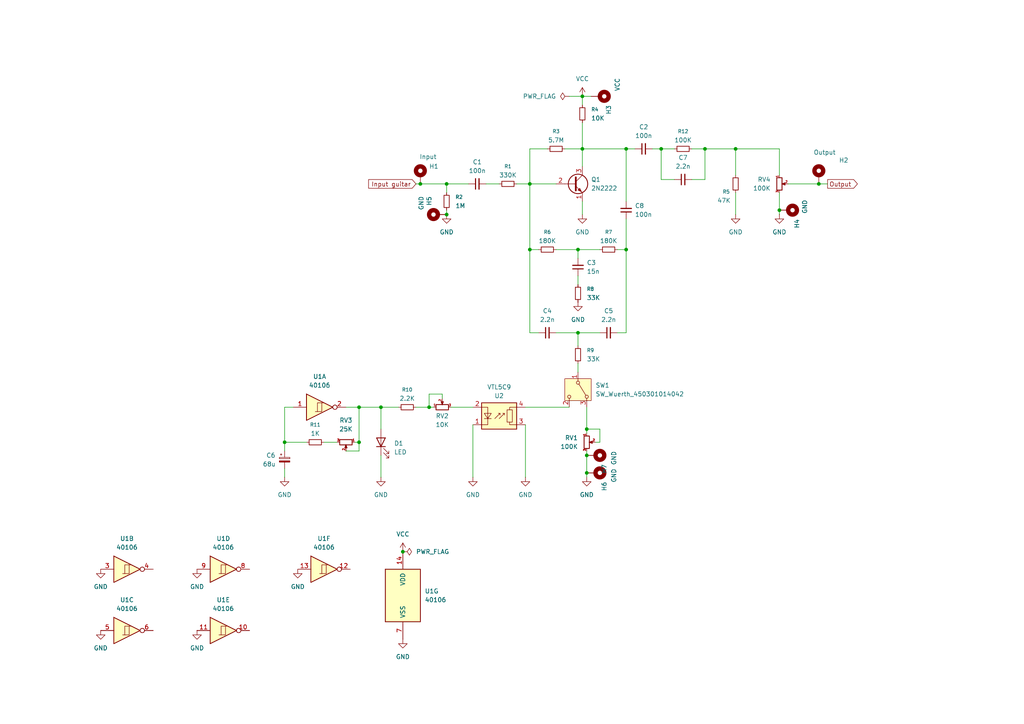
<source format=kicad_sch>
(kicad_sch (version 20250114) (generator "eeschema") (generator_version "9.0")
  (paper "A4")
  (lib_symbols
    (symbol "4xxx:40106" (pin_names (offset 1.016))
      (property "Reference" "U" (at 0 1.27 0))
      (property "Value" "40106" (at 0 -1.27 0))
      (symbol "40106_1_0"
        (polyline (pts (xy -3.81 3.81) (xy -3.81 -3.81) (xy 3.81 0) (xy -3.81 3.81)) (stroke (width 0.254)) (fill (type background)))
        (polyline (pts (xy -1.27 -1.27) (xy 0.635 -1.27) (xy 0.635 1.27) (xy 1.27 1.27)))
        (polyline (pts (xy -0.635 -1.27) (xy -0.635 1.27) (xy 0.635 1.27)))
        (pin input line (at -7.62 0 0) (length 3.81) (name "~") (number "1"))
        (pin output inverted (at 7.62 0 180) (length 3.81) (name "~") (number "2"))
      )
      (symbol "40106_2_0"
        (polyline (pts (xy -3.81 3.81) (xy -3.81 -3.81) (xy 3.81 0) (xy -3.81 3.81)) (stroke (width 0.254)) (fill (type background)))
        (polyline (pts (xy -1.27 -1.27) (xy 0.635 -1.27) (xy 0.635 1.27) (xy 1.27 1.27)))
        (polyline (pts (xy -0.635 -1.27) (xy -0.635 1.27) (xy 0.635 1.27)))
        (pin input line (at -7.62 0 0) (length 3.81) (name "~") (number "3"))
        (pin output inverted (at 7.62 0 180) (length 3.81) (name "~") (number "4"))
      )
      (symbol "40106_3_0"
        (polyline (pts (xy -3.81 3.81) (xy -3.81 -3.81) (xy 3.81 0) (xy -3.81 3.81)) (stroke (width 0.254)) (fill (type background)))
        (polyline (pts (xy -1.27 -1.27) (xy 0.635 -1.27) (xy 0.635 1.27) (xy 1.27 1.27)))
        (polyline (pts (xy -0.635 -1.27) (xy -0.635 1.27) (xy 0.635 1.27)))
        (pin input line (at -7.62 0 0) (length 3.81) (name "~") (number "5"))
        (pin output inverted (at 7.62 0 180) (length 3.81) (name "~") (number "6"))
      )
      (symbol "40106_4_0"
        (polyline (pts (xy -3.81 3.81) (xy -3.81 -3.81) (xy 3.81 0) (xy -3.81 3.81)) (stroke (width 0.254)) (fill (type background)))
        (polyline (pts (xy -1.27 -1.27) (xy 0.635 -1.27) (xy 0.635 1.27) (xy 1.27 1.27)))
        (polyline (pts (xy -0.635 -1.27) (xy -0.635 1.27) (xy 0.635 1.27)))
        (pin input line (at -7.62 0 0) (length 3.81) (name "~") (number "9"))
        (pin output inverted (at 7.62 0 180) (length 3.81) (name "~") (number "8"))
      )
      (symbol "40106_5_0"
        (polyline (pts (xy -3.81 3.81) (xy -3.81 -3.81) (xy 3.81 0) (xy -3.81 3.81)) (stroke (width 0.254)) (fill (type background)))
        (polyline (pts (xy -1.27 -1.27) (xy 0.635 -1.27) (xy 0.635 1.27) (xy 1.27 1.27)))
        (polyline (pts (xy -0.635 -1.27) (xy -0.635 1.27) (xy 0.635 1.27)))
        (pin input line (at -7.62 0 0) (length 3.81) (name "~") (number "11"))
        (pin output inverted (at 7.62 0 180) (length 3.81) (name "~") (number "10"))
      )
      (symbol "40106_6_0"
        (polyline (pts (xy -3.81 3.81) (xy -3.81 -3.81) (xy 3.81 0) (xy -3.81 3.81)) (stroke (width 0.254)) (fill (type background)))
        (polyline (pts (xy -1.27 -1.27) (xy 0.635 -1.27) (xy 0.635 1.27) (xy 1.27 1.27)))
        (polyline (pts (xy -0.635 -1.27) (xy -0.635 1.27) (xy 0.635 1.27)))
        (pin input line (at -7.62 0 0) (length 3.81) (name "~") (number "13"))
        (pin output inverted (at 7.62 0 180) (length 3.81) (name "~") (number "12"))
      )
      (symbol "40106_7_0"
        (pin power_in line (at 0 12.7 270) (length 5.08) (name "VDD") (number "14"))
        (pin power_in line (at 0 -12.7 90) (length 5.08) (name "VSS") (number "7"))
      )
      (symbol "40106_7_1"
        (rectangle (start -5.08 7.62) (end 5.08 -7.62) (stroke (width 0.254)) (fill (type background)))
      )
    )
    (symbol "Device:C_Polarized_Small" (pin_numbers (hide yes)) (pin_names (offset 0.254) (hide yes))
      (property "Reference" "C" (at 0.254 1.778 0))
      (property "Value" "C_Polarized_Small" (at 0.254 -2.032 0))
      (symbol "C_Polarized_Small_0_1"
        (rectangle (start -1.524 0.6858) (end 1.524 0.3048))
        (rectangle (start -1.524 -0.3048) (end 1.524 -0.6858) (fill (type outline)))
        (polyline (pts (xy -1.27 1.524) (xy -0.762 1.524)))
        (polyline (pts (xy -1.016 1.27) (xy -1.016 1.778)))
      )
      (symbol "C_Polarized_Small_1_1"
        (pin passive line (at 0 2.54 270) (length 1.8542) (name "~") (number "1"))
        (pin passive line (at 0 -2.54 90) (length 1.8542) (name "~") (number "2"))
      )
    )
    (symbol "Device:C_Small" (pin_numbers (hide yes)) (pin_names (offset 0.254) (hide yes))
      (property "Reference" "C" (at 0.254 1.778 0))
      (property "Value" "C_Small" (at 0.254 -2.032 0))
      (symbol "C_Small_0_1"
        (polyline (pts (xy -1.524 0.508) (xy 1.524 0.508)) (stroke (width 0.3048)))
        (polyline (pts (xy -1.524 -0.508) (xy 1.524 -0.508)) (stroke (width 0.3302)))
      )
      (symbol "C_Small_1_1"
        (pin passive line (at 0 2.54 270) (length 2.032) (name "~") (number "1"))
        (pin passive line (at 0 -2.54 90) (length 2.032) (name "~") (number "2"))
      )
    )
    (symbol "Device:LED" (pin_numbers (hide yes)) (pin_names (offset 1.016) (hide yes))
      (property "Reference" "D" (at 0 2.54 0))
      (property "Value" "LED" (at 0 -2.54 0))
      (symbol "LED_0_1"
        (polyline (pts (xy -3.048 -0.762) (xy -4.572 -2.286) (xy -3.81 -2.286) (xy -4.572 -2.286) (xy -4.572 -1.524)))
        (polyline (pts (xy -1.778 -0.762) (xy -3.302 -2.286) (xy -2.54 -2.286) (xy -3.302 -2.286) (xy -3.302 -1.524)))
        (polyline (pts (xy -1.27 0) (xy 1.27 0)))
        (polyline (pts (xy -1.27 -1.27) (xy -1.27 1.27)) (stroke (width 0.254)))
        (polyline (pts (xy 1.27 -1.27) (xy 1.27 1.27) (xy -1.27 0) (xy 1.27 -1.27)) (stroke (width 0.254)))
      )
      (symbol "LED_1_1"
        (pin passive line (at -3.81 0 0) (length 2.54) (name "K") (number "1"))
        (pin passive line (at 3.81 0 180) (length 2.54) (name "A") (number "2"))
      )
    )
    (symbol "Device:R_Potentiometer_Small" (pin_names (offset 1.016) (hide yes))
      (property "Reference" "RV" (at -4.445 0 90))
      (property "Value" "R_Potentiometer_Small" (at -2.54 0 90))
      (symbol "R_Potentiometer_Small_0_1"
        (rectangle (start 0.762 1.8034) (end -0.762 -1.8034) (stroke (width 0.254)))
        (polyline (pts (xy 0.889 0) (xy 0.635 0) (xy 1.651 0.381) (xy 1.651 -0.381) (xy 0.635 0) (xy 0.889 0)) (fill (type outline)))
      )
      (symbol "R_Potentiometer_Small_1_1"
        (pin passive line (at 0 2.54 270) (length 0.635) (name "1") (number "1"))
        (pin passive line (at 0 -2.54 90) (length 0.635) (name "3") (number "3"))
        (pin passive line (at 2.54 0 180) (length 0.9906) (name "2") (number "2"))
      )
    )
    (symbol "Device:R_Small" (pin_numbers (hide yes)) (pin_names (offset 0.254) (hide yes))
      (property "Reference" "R" (at 0 0 90))
      (property "Value" "R_Small" (at 1.778 0 90))
      (symbol "R_Small_0_1"
        (rectangle (start -0.762 1.778) (end 0.762 -1.778) (stroke (width 0.2032)))
      )
      (symbol "R_Small_1_1"
        (pin passive line (at 0 2.54 270) (length 0.762) (name "~") (number "1"))
        (pin passive line (at 0 -2.54 90) (length 0.762) (name "~") (number "2"))
      )
    )
    (symbol "Isolator:VTL5C" (pin_names (offset 1.016) (hide yes))
      (property "Reference" "U" (at 0 5.08 0))
      (property "Value" "VTL5C" (at 0 -5.08 0))
      (symbol "VTL5C_0_1"
        (rectangle (start -5.08 3.81) (end 5.08 -3.81) (stroke (width 0.254)) (fill (type background)))
        (polyline (pts (xy -5.08 -2.54) (xy -3.302 -2.54) (xy -3.302 2.54) (xy -5.08 2.54)))
        (polyline (pts (xy -4.318 0.762) (xy -2.286 0.762)))
        (polyline (pts (xy -1.27 0.762) (xy 0.254 -0.762)))
        (polyline (pts (xy 0 0.762) (xy 1.524 -0.762)))
        (polyline (pts (xy 0.254 -0.254) (xy 0.254 -0.762) (xy -0.254 -0.762)))
        (polyline (pts (xy 1.524 -0.254) (xy 1.524 -0.762) (xy 1.016 -0.762)))
        (rectangle (start 2.286 1.778) (end 3.81 -1.778))
        (polyline (pts (xy 3.048 1.778) (xy 3.048 2.54) (xy 5.08 2.54)))
        (polyline (pts (xy 3.048 -1.778) (xy 3.048 -2.54) (xy 5.08 -2.54)))
      )
      (symbol "VTL5C_1_1"
        (polyline (pts (xy -4.318 -0.762) (xy -3.302 0.762) (xy -2.286 -0.762) (xy -4.318 -0.762)))
        (pin passive line (at -7.62 2.54 0) (length 2.54) (name "-") (number "1"))
        (pin passive line (at -7.62 -2.54 0) (length 2.54) (name "+") (number "2"))
        (pin passive line (at 7.62 2.54 180) (length 2.54) (name "~") (number "3"))
        (pin passive line (at 7.62 -2.54 180) (length 2.54) (name "~") (number "4"))
      )
    )
    (symbol "Mechanical:MountingHole_Pad" (pin_numbers (hide yes)) (pin_names (offset 1.016) (hide yes)) (in_bom no)
      (property "Reference" "H" (at 0 6.35 0))
      (property "Value" "MountingHole_Pad" (at 0 4.445 0))
      (symbol "MountingHole_Pad_0_1"
        (circle (center 0 1.27) (radius 1.27) (stroke (width 1.27)))
      )
      (symbol "MountingHole_Pad_1_1"
        (pin input line (at 0 -2.54 90) (length 2.54) (name "1") (number "1"))
      )
    )
    (symbol "Switch:SW_Wuerth_450301014042" (pin_names (offset 1) (hide yes))
      (property "Reference" "SW" (at 0 5.08 0))
      (property "Value" "SW_Wuerth_450301014042" (at 0 -5.08 0))
      (symbol "SW_Wuerth_450301014042_0_1"
        (circle (center -2.032 0) (radius 0.4572))
        (polyline (pts (xy -1.651 0.254) (xy 1.651 2.286)))
        (circle (center 2.032 2.54) (radius 0.4572))
        (circle (center 2.032 -2.54) (radius 0.4572))
      )
      (symbol "SW_Wuerth_450301014042_1_1"
        (rectangle (start -3.175 3.81) (end 3.175 -3.81) (fill (type background)))
        (pin passive line (at -5.08 0 0) (length 2.54) (name "B") (number "1"))
        (pin passive line (at 5.08 2.54 180) (length 2.54) (name "A") (number "3"))
        (pin passive line (at 5.08 -2.54 180) (length 2.54) (name "C") (number "2"))
      )
    )
    (symbol "Transistor_BJT:2N2219" (pin_names (offset 0) (hide yes))
      (property "Reference" "Q" (at 5.08 1.905 0))
      (property "Value" "2N2219" (at 5.08 0 0))
      (symbol "2N2219_0_1"
        (polyline (pts (xy -2.54 0) (xy 0.635 0)))
        (polyline (pts (xy 0.635 1.905) (xy 0.635 -1.905)) (stroke (width 0.508)))
        (circle (center 1.27 0) (radius 2.8194) (stroke (width 0.254)))
      )
      (symbol "2N2219_1_1"
        (polyline (pts (xy 0.635 0.635) (xy 2.54 2.54)))
        (polyline (pts (xy 0.635 -0.635) (xy 2.54 -2.54)))
        (polyline (pts (xy 1.27 -1.778) (xy 1.778 -1.27) (xy 2.286 -2.286) (xy 1.27 -1.778)) (fill (type outline)))
        (pin input line (at -5.08 0 0) (length 2.54) (name "B") (number "2"))
        (pin passive line (at 2.54 5.08 270) (length 2.54) (name "C") (number "3"))
        (pin passive line (at 2.54 -5.08 90) (length 2.54) (name "E") (number "1"))
      )
    )
    (symbol "power:GND" (power) (pin_numbers (hide yes)) (pin_names (offset 0) (hide yes))
      (property "Value" "GND" (at 0 -3.81 0))
      (symbol "GND_0_1"
        (polyline (pts (xy 0 0) (xy 0 -1.27) (xy 1.27 -1.27) (xy 0 -2.54) (xy -1.27 -1.27) (xy 0 -1.27)))
      )
      (symbol "GND_1_1"
        (pin power_in line (at 0 0 270) (length 0) (name "~") (number "1"))
      )
    )
    (symbol "power:PWR_FLAG" (power) (pin_numbers (hide yes)) (pin_names (offset 0) (hide yes))
      (property "Value" "PWR_FLAG" (at 0 3.81 0))
      (symbol "PWR_FLAG_0_0"
        (pin power_out line (at 0 0 90) (length 0) (name "~") (number "1"))
      )
      (symbol "PWR_FLAG_0_1"
        (polyline (pts (xy 0 0) (xy 0 1.27) (xy -1.016 1.905) (xy 0 2.54) (xy 1.016 1.905) (xy 0 1.27)))
      )
    )
    (symbol "power:VCC" (power) (pin_numbers (hide yes)) (pin_names (offset 0) (hide yes))
      (property "Value" "VCC" (at 0 3.556 0))
      (symbol "VCC_0_1"
        (polyline (pts (xy -0.762 1.27) (xy 0 2.54)))
        (polyline (pts (xy 0 2.54) (xy 0.762 1.27)))
        (polyline (pts (xy 0 0) (xy 0 2.54)))
      )
      (symbol "VCC_1_1"
        (pin power_in line (at 0 0 90) (length 0) (name "~") (number "1"))
      )
    )
  )
  (junction (at 129.54 62.23))
  (junction (at 181.61 43.18))
  (junction (at 213.36 43.18))
  (junction (at 153.67 72.39))
  (junction (at 104.14 128.27))
  (junction (at 191.77 43.18))
  (junction (at 181.61 72.39))
  (junction (at 116.84 160.02))
  (junction (at 170.18 132.08))
  (junction (at 168.91 27.94))
  (junction (at 82.55 128.27))
  (junction (at 167.64 72.39))
  (junction (at 226.06 60.96))
  (junction (at 104.14 118.11))
  (junction (at 124.46 118.11))
  (junction (at 168.91 43.18))
  (junction (at 170.18 124.46))
  (junction (at 129.54 53.34))
  (junction (at 167.64 96.52))
  (junction (at 237.49 53.34))
  (junction (at 153.67 53.34))
  (junction (at 204.47 43.18))
  (junction (at 170.18 137.16))
  (junction (at 110.49 118.11))
  (junction (at 121.92 53.34))
  (wire (pts (xy 179.07 96.52) (xy 181.61 96.52)))
  (wire (pts (xy 191.77 43.18) (xy 195.58 43.18)))
  (wire (pts (xy 173.99 128.27) (xy 172.72 128.27)))
  (wire (pts (xy 104.14 128.27) (xy 102.87 128.27)))
  (wire (pts (xy 226.06 43.18) (xy 213.36 43.18)))
  (wire (pts (xy 173.99 128.27) (xy 173.99 124.46)))
  (wire (pts (xy 100.33 118.11) (xy 104.14 118.11)))
  (wire (pts (xy 110.49 132.08) (xy 110.49 138.43)))
  (wire (pts (xy 204.47 52.07) (xy 204.47 43.18)))
  (wire (pts (xy 165.1 27.94) (xy 168.91 27.94)))
  (wire (pts (xy 153.67 72.39) (xy 156.21 72.39)))
  (wire (pts (xy 168.91 58.42) (xy 168.91 62.23)))
  (wire (pts (xy 170.18 118.11) (xy 170.18 124.46)))
  (wire (pts (xy 189.23 43.18) (xy 191.77 43.18)))
  (wire (pts (xy 152.4 118.11) (xy 165.1 118.11)))
  (wire (pts (xy 153.67 72.39) (xy 153.67 96.52)))
  (wire (pts (xy 167.64 96.52) (xy 167.64 100.33)))
  (wire (pts (xy 226.06 60.96) (xy 226.06 62.23)))
  (wire (pts (xy 100.33 130.81) (xy 104.14 130.81)))
  (wire (pts (xy 93.98 128.27) (xy 97.79 128.27)))
  (wire (pts (xy 104.14 130.81) (xy 104.14 128.27)))
  (wire (pts (xy 161.29 72.39) (xy 167.64 72.39)))
  (wire (pts (xy 128.27 114.3) (xy 128.27 115.57)))
  (wire (pts (xy 153.67 43.18) (xy 153.67 53.34)))
  (wire (pts (xy 167.64 80.01) (xy 167.64 82.55)))
  (wire (pts (xy 82.55 128.27) (xy 88.9 128.27)))
  (wire (pts (xy 170.18 130.81) (xy 170.18 132.08)))
  (wire (pts (xy 181.61 43.18) (xy 184.15 43.18)))
  (wire (pts (xy 130.81 118.11) (xy 137.16 118.11)))
  (wire (pts (xy 152.4 123.19) (xy 152.4 138.43)))
  (wire (pts (xy 228.6 53.34) (xy 237.49 53.34)))
  (wire (pts (xy 124.46 118.11) (xy 124.46 114.3)))
  (wire (pts (xy 168.91 43.18) (xy 168.91 48.26)))
  (wire (pts (xy 82.55 118.11) (xy 85.09 118.11)))
  (wire (pts (xy 168.91 35.56) (xy 168.91 43.18)))
  (wire (pts (xy 110.49 124.46) (xy 110.49 118.11)))
  (wire (pts (xy 156.21 96.52) (xy 153.67 96.52)))
  (wire (pts (xy 173.99 124.46) (xy 170.18 124.46)))
  (wire (pts (xy 82.55 135.89) (xy 82.55 138.43)))
  (wire (pts (xy 140.97 53.34) (xy 144.78 53.34)))
  (wire (pts (xy 153.67 53.34) (xy 153.67 72.39)))
  (wire (pts (xy 191.77 52.07) (xy 191.77 43.18)))
  (wire (pts (xy 226.06 50.8) (xy 226.06 43.18)))
  (wire (pts (xy 213.36 55.88) (xy 213.36 62.23)))
  (wire (pts (xy 213.36 50.8) (xy 213.36 43.18)))
  (wire (pts (xy 121.92 53.34) (xy 129.54 53.34)))
  (wire (pts (xy 168.91 43.18) (xy 181.61 43.18)))
  (wire (pts (xy 129.54 53.34) (xy 135.89 53.34)))
  (wire (pts (xy 137.16 123.19) (xy 137.16 138.43)))
  (wire (pts (xy 120.65 118.11) (xy 124.46 118.11)))
  (wire (pts (xy 104.14 118.11) (xy 110.49 118.11)))
  (wire (pts (xy 170.18 124.46) (xy 170.18 125.73)))
  (wire (pts (xy 129.54 53.34) (xy 129.54 55.88)))
  (wire (pts (xy 200.66 52.07) (xy 204.47 52.07)))
  (wire (pts (xy 168.91 27.94) (xy 171.45 27.94)))
  (wire (pts (xy 237.49 53.34) (xy 240.03 53.34)))
  (wire (pts (xy 82.55 128.27) (xy 82.55 118.11)))
  (wire (pts (xy 167.64 72.39) (xy 173.99 72.39)))
  (wire (pts (xy 120.65 53.34) (xy 121.92 53.34)))
  (wire (pts (xy 170.18 132.08) (xy 170.18 137.16)))
  (wire (pts (xy 195.58 52.07) (xy 191.77 52.07)))
  (wire (pts (xy 153.67 43.18) (xy 158.75 43.18)))
  (wire (pts (xy 153.67 53.34) (xy 161.29 53.34)))
  (wire (pts (xy 167.64 107.95) (xy 167.64 105.41)))
  (wire (pts (xy 124.46 114.3) (xy 128.27 114.3)))
  (wire (pts (xy 204.47 43.18) (xy 213.36 43.18)))
  (wire (pts (xy 110.49 118.11) (xy 115.57 118.11)))
  (wire (pts (xy 170.18 137.16) (xy 170.18 138.43)))
  (wire (pts (xy 226.06 55.88) (xy 226.06 60.96)))
  (wire (pts (xy 129.54 60.96) (xy 129.54 62.23)))
  (wire (pts (xy 168.91 30.48) (xy 168.91 27.94)))
  (wire (pts (xy 163.83 43.18) (xy 168.91 43.18)))
  (wire (pts (xy 167.64 96.52) (xy 173.99 96.52)))
  (wire (pts (xy 167.64 72.39) (xy 167.64 74.93)))
  (wire (pts (xy 204.47 43.18) (xy 200.66 43.18)))
  (wire (pts (xy 181.61 63.5) (xy 181.61 72.39)))
  (wire (pts (xy 179.07 72.39) (xy 181.61 72.39)))
  (wire (pts (xy 181.61 43.18) (xy 181.61 58.42)))
  (wire (pts (xy 161.29 96.52) (xy 167.64 96.52)))
  (wire (pts (xy 82.55 130.81) (xy 82.55 128.27)))
  (wire (pts (xy 124.46 118.11) (xy 125.73 118.11)))
  (wire (pts (xy 149.86 53.34) (xy 153.67 53.34)))
  (wire (pts (xy 181.61 96.52) (xy 181.61 72.39)))
  (wire (pts (xy 104.14 118.11) (xy 104.14 128.27)))
  (global_label "Input guitar" (shape input) (at 120.65 53.34 180) (property "Intersheetrefs" "${INTERSHEET_REFS}" (effects (hide yes))))
  (global_label "Output" (shape output) (at 240.03 53.34 0) (property "Intersheetrefs" "${INTERSHEET_REFS}" (effects (hide yes))))
  (symbol (lib_id "power:GND") (at 137.16 138.43 0) (unit 1)
    (property "Reference" "#PWR016" (effects (hide yes)))
    (property "Value" "GND" (at 137.16 143.51 0))
    (property "Description" "Power symbol creates a global label with name \"GND\" , ground" (effects (hide yes)))
  )
  (symbol (lib_id "Isolator:VTL5C") (at 144.78 120.65 0) (mirror x) (unit 1)
    (property "Reference" "U2" (at 144.78 114.808 0))
    (property "Value" "VTL5C9" (at 144.78 112.268 0))
    (property "Footprint" "OptoDevice:PerkinElmer_VTL5C" (effects (hide yes)))
    (property "Datasheet" "http://www.qsl.net/wa1ion/vactrol/vactrol.pdf" (effects (hide yes)))
    (property "Description" "Low Cost Axial Vactrols" (effects (hide yes)))
  )
  (symbol (lib_id "Device:C_Small") (at 186.69 43.18 90) (unit 1)
    (property "Reference" "C2" (at 186.6963 36.83 90))
    (property "Value" "100n" (at 186.6963 39.37 90))
    (property "Footprint" "Capacitor_THT:C_Rect_L7.0mm_W2.0mm_P5.00mm" (effects (hide yes)))
    (property "Description" "Unpolarized capacitor, small symbol" (effects (hide yes)))
  )
  (symbol (lib_id "4xxx:40106") (at 36.83 182.88 0) (unit 3)
    (property "Reference" "U1" (at 36.83 173.99 0))
    (property "Value" "40106" (at 36.83 176.53 0))
    (property "Footprint" "Package_DIP:CERDIP-14_W7.62mm_SideBrazed_LongPads_Socket" (effects (hide yes)))
    (property "Datasheet" "https://assets.nexperia.com/documents/data-sheet/HEF40106B.pdf" (effects (hide yes)))
    (property "Description" "Hex Schmitt trigger inverter" (effects (hide yes)))
  )
  (symbol (lib_id "Switch:SW_Wuerth_450301014042") (at 167.64 113.03 270) (unit 1)
    (property "Reference" "SW1" (at 172.72 111.7599 90) (effects (justify left)))
    (property "Value" "SW_Wuerth_450301014042" (at 172.72 114.2999 90) (effects (justify left)))
    (property "Footprint" "Button_Switch_THT:SW_Slide-03_Wuerth-WS-SLTV_10x2.5x6.4_P2.54mm" (effects (hide yes)))
    (property "Datasheet" "https://www.we-online.com/components/products/datasheet/450301014042.pdf" (effects (hide yes)))
    (property "Description" "Switch slide, single pole double throw" (effects (hide yes)))
  )
  (symbol (lib_id "4xxx:40106") (at 36.83 165.1 0) (unit 2)
    (property "Reference" "U1" (at 36.83 156.21 0))
    (property "Value" "40106" (at 36.83 158.75 0))
    (property "Footprint" "Package_DIP:CERDIP-14_W7.62mm_SideBrazed_LongPads_Socket" (effects (hide yes)))
    (property "Datasheet" "https://assets.nexperia.com/documents/data-sheet/HEF40106B.pdf" (effects (hide yes)))
    (property "Description" "Hex Schmitt trigger inverter" (effects (hide yes)))
  )
  (symbol (lib_id "power:GND") (at 57.15 165.1 0) (unit 1)
    (property "Reference" "#PWR011" (effects (hide yes)))
    (property "Value" "GND" (at 57.15 170.18 0))
    (property "Description" "Power symbol creates a global label with name \"GND\" , ground" (effects (hide yes)))
  )
  (symbol (lib_id "Transistor_BJT:2N2219") (at 166.37 53.34 0) (unit 1)
    (property "Reference" "Q1" (at 171.45 52.0699 0) (effects (justify left)))
    (property "Value" "2N2222" (at 171.45 54.6099 0) (effects (justify left)))
    (property "Footprint" "Package_TO_SOT_THT:TO-92L_Inline_Wide" (effects (hide yes)))
    (property "Datasheet" "http://www.onsemi.com/pub_link/Collateral/2N2219-D.PDF" (effects (hide yes)))
    (property "Description" "800mA Ic, 50V Vce, NPN Transistor, TO-39" (effects (hide yes)))
    (property "Sim.Device" "NPN" (effects (hide yes)))
    (property "Sim.Type" "VBIC" (effects (hide yes)))
    (property "Sim.Pins" "1=C 2=B 3=E" (effects (hide yes)))
  )
  (symbol (lib_id "Mechanical:MountingHole_Pad") (at 127 62.23 90) (unit 1) (in_bom no)
    (property "Reference" "H5" (at 124.4599 59.69 0) (effects (justify left)))
    (property "Value" "GND" (at 122.174 60.96 0) (effects (justify left)))
    (property "Footprint" "TestPoint:TestPoint_Loop_D2.50mm_Drill1.0mm_LowProfile" (effects (hide yes)))
    (property "Description" "Mounting Hole with connection" (effects (hide yes)))
  )
  (symbol (lib_id "Device:C_Polarized_Small") (at 82.55 133.35 0) (unit 1)
    (property "Reference" "C6" (at 77.216 132.08 0) (effects (justify left)))
    (property "Value" "68u" (at 76.2 134.62 0) (effects (justify left)))
    (property "Footprint" "Capacitor_THT:CP_Radial_D5.0mm_P2.00mm" (effects (hide yes)))
    (property "Description" "Polarized capacitor, small symbol" (effects (hide yes)))
  )
  (symbol (lib_id "power:GND") (at 213.36 62.23 0) (unit 1)
    (property "Reference" "#PWR03" (effects (hide yes)))
    (property "Value" "GND" (at 213.36 67.31 0))
    (property "Description" "Power symbol creates a global label with name \"GND\" , ground" (effects (hide yes)))
  )
  (symbol (lib_id "4xxx:40106") (at 92.71 118.11 0) (unit 1)
    (property "Reference" "U1" (at 92.71 109.22 0))
    (property "Value" "40106" (at 92.71 111.76 0))
    (property "Footprint" "Package_DIP:CERDIP-14_W7.62mm_SideBrazed_LongPads_Socket" (effects (hide yes)))
    (property "Datasheet" "https://assets.nexperia.com/documents/data-sheet/HEF40106B.pdf" (effects (hide yes)))
    (property "Description" "Hex Schmitt trigger inverter" (effects (hide yes)))
  )
  (symbol (lib_id "Mechanical:MountingHole_Pad") (at 228.6 60.96 270) (unit 1) (in_bom no)
    (property "Reference" "H4" (at 231.1401 63.5 0) (effects (justify left)))
    (property "Value" "GND" (at 233.426 57.912 0) (effects (justify left)))
    (property "Footprint" "TestPoint:TestPoint_Loop_D2.50mm_Drill1.0mm_LowProfile" (effects (hide yes)))
    (property "Description" "Mounting Hole with connection" (effects (hide yes)))
  )
  (symbol (lib_id "power:GND") (at 82.55 138.43 0) (unit 1)
    (property "Reference" "#PWR06" (effects (hide yes)))
    (property "Value" "GND" (at 82.55 143.51 0))
    (property "Description" "Power symbol creates a global label with name \"GND\" , ground" (effects (hide yes)))
  )
  (symbol (lib_id "Device:C_Small") (at 176.53 96.52 90) (unit 1)
    (property "Reference" "C5" (at 176.5363 90.17 90))
    (property "Value" "2.2n" (at 176.5363 92.71 90))
    (property "Footprint" "Capacitor_THT:C_Rect_L7.0mm_W2.0mm_P5.00mm" (effects (hide yes)))
    (property "Description" "Unpolarized capacitor, small symbol" (effects (hide yes)))
  )
  (symbol (lib_id "4xxx:40106") (at 64.77 182.88 0) (unit 5)
    (property "Reference" "U1" (at 64.77 173.99 0))
    (property "Value" "40106" (at 64.77 176.53 0))
    (property "Footprint" "Package_DIP:CERDIP-14_W7.62mm_SideBrazed_LongPads_Socket" (effects (hide yes)))
    (property "Datasheet" "https://assets.nexperia.com/documents/data-sheet/HEF40106B.pdf" (effects (hide yes)))
    (property "Description" "Hex Schmitt trigger inverter" (effects (hide yes)))
  )
  (symbol (lib_id "Device:C_Small") (at 181.61 60.96 180) (unit 1)
    (property "Reference" "C8" (at 184.15 59.6835 0) (effects (justify right)))
    (property "Value" "100n" (at 184.15 62.2235 0) (effects (justify right)))
    (property "Footprint" "Capacitor_THT:C_Rect_L7.0mm_W2.0mm_P5.00mm" (effects (hide yes)))
    (property "Description" "Unpolarized capacitor, small symbol" (effects (hide yes)))
  )
  (symbol (lib_id "Device:R_Small") (at 167.64 102.87 0) (unit 1)
    (property "Reference" "R9" (at 170.18 101.5999 0) (effects (font (size 1.016 1.016)) (justify left)))
    (property "Value" "33K" (at 170.18 104.1399 0) (effects (justify left)))
    (property "Footprint" "Resistor_THT:R_Axial_DIN0207_L6.3mm_D2.5mm_P10.16mm_Horizontal" (effects (hide yes)))
    (property "Description" "Resistor, small symbol" (effects (hide yes)))
  )
  (symbol (lib_id "4xxx:40106") (at 64.77 165.1 0) (unit 4)
    (property "Reference" "U1" (at 64.77 156.21 0))
    (property "Value" "40106" (at 64.77 158.75 0))
    (property "Footprint" "Package_DIP:CERDIP-14_W7.62mm_SideBrazed_LongPads_Socket" (effects (hide yes)))
    (property "Datasheet" "https://assets.nexperia.com/documents/data-sheet/HEF40106B.pdf" (effects (hide yes)))
    (property "Description" "Hex Schmitt trigger inverter" (effects (hide yes)))
  )
  (symbol (lib_id "Device:R_Small") (at 118.11 118.11 270) (unit 1)
    (property "Reference" "R10" (at 118.11 113.03 90) (effects (font (size 1.016 1.016))))
    (property "Value" "2.2K" (at 118.11 115.57 90))
    (property "Footprint" "Resistor_THT:R_Axial_DIN0207_L6.3mm_D2.5mm_P10.16mm_Horizontal" (effects (hide yes)))
    (property "Description" "Resistor, small symbol" (effects (hide yes)))
  )
  (symbol (lib_id "Device:R_Small") (at 168.91 33.02 0) (unit 1)
    (property "Reference" "R4" (at 171.45 31.7499 0) (effects (font (size 1.016 1.016)) (justify left)))
    (property "Value" "10K" (at 171.45 34.2899 0) (effects (justify left)))
    (property "Footprint" "Resistor_THT:R_Axial_DIN0207_L6.3mm_D2.5mm_P10.16mm_Horizontal" (effects (hide yes)))
    (property "Description" "Resistor, small symbol" (effects (hide yes)))
  )
  (symbol (lib_id "Device:R_Potentiometer_Small") (at 170.18 128.27 0) (unit 1)
    (property "Reference" "RV1" (at 167.64 126.9999 0) (effects (justify right)))
    (property "Value" "100K" (at 167.64 129.5399 0) (effects (justify right)))
    (property "Footprint" "Potentiometer_THT:Potentiometer_ACP_CA9-H5_Horizontal" (effects (hide yes)))
    (property "Description" "Potentiometer" (effects (hide yes)))
  )
  (symbol (lib_id "Device:R_Small") (at 129.54 58.42 0) (unit 1)
    (property "Reference" "R2" (at 132.08 57.1499 0) (effects (font (size 1.016 1.016)) (justify left)))
    (property "Value" "1M" (at 132.08 59.6899 0) (effects (justify left)))
    (property "Footprint" "Resistor_THT:R_Axial_DIN0207_L6.3mm_D2.5mm_P10.16mm_Horizontal" (effects (hide yes)))
    (property "Description" "Resistor, small symbol" (effects (hide yes)))
  )
  (symbol (lib_id "power:GND") (at 167.64 87.63 0) (unit 1)
    (property "Reference" "#PWR04" (effects (hide yes)))
    (property "Value" "GND" (at 167.64 92.71 0))
    (property "Description" "Power symbol creates a global label with name \"GND\" , ground" (effects (hide yes)))
  )
  (symbol (lib_id "Device:R_Potentiometer_Small") (at 128.27 118.11 90) (unit 1)
    (property "Reference" "RV2" (at 128.27 120.65 90))
    (property "Value" "10K" (at 128.27 123.19 90))
    (property "Footprint" "Potentiometer_THT:Potentiometer_ACP_CA9-H5_Horizontal" (effects (hide yes)))
    (property "Description" "Potentiometer" (effects (hide yes)))
  )
  (symbol (lib_id "Device:C_Small") (at 138.43 53.34 90) (unit 1)
    (property "Reference" "C1" (at 138.4363 46.99 90))
    (property "Value" "100n" (at 138.4363 49.53 90))
    (property "Footprint" "Capacitor_THT:C_Rect_L7.0mm_W2.0mm_P5.00mm" (effects (hide yes)))
    (property "Description" "Unpolarized capacitor, small symbol" (effects (hide yes)))
  )
  (symbol (lib_id "power:GND") (at 129.54 62.23 0) (unit 1)
    (property "Reference" "#PWR01" (effects (hide yes)))
    (property "Value" "GND" (at 129.54 67.31 0))
    (property "Description" "Power symbol creates a global label with name \"GND\" , ground" (effects (hide yes)))
  )
  (symbol (lib_id "Mechanical:MountingHole_Pad") (at 172.72 132.08 270) (unit 1) (in_bom no)
    (property "Reference" "H7" (at 175.2601 134.62 0) (effects (justify left)))
    (property "Value" "GND" (at 178.054 130.81 0) (effects (justify left)))
    (property "Footprint" "TestPoint:TestPoint_Loop_D2.50mm_Drill1.0mm_LowProfile" (effects (hide yes)))
    (property "Description" "Mounting Hole with connection" (effects (hide yes)))
  )
  (symbol (lib_id "Device:R_Small") (at 158.75 72.39 270) (unit 1)
    (property "Reference" "R6" (at 158.75 67.31 90) (effects (font (size 1.016 1.016))))
    (property "Value" "180K" (at 158.75 69.85 90))
    (property "Footprint" "Resistor_THT:R_Axial_DIN0207_L6.3mm_D2.5mm_P10.16mm_Horizontal" (effects (hide yes)))
    (property "Description" "Resistor, small symbol" (effects (hide yes)))
  )
  (symbol (lib_id "Device:C_Small") (at 158.75 96.52 90) (unit 1)
    (property "Reference" "C4" (at 158.7563 90.17 90))
    (property "Value" "2.2n" (at 158.7563 92.71 90))
    (property "Footprint" "Capacitor_THT:C_Rect_L7.0mm_W2.0mm_P5.00mm" (effects (hide yes)))
    (property "Description" "Unpolarized capacitor, small symbol" (effects (hide yes)))
  )
  (symbol (lib_id "power:PWR_FLAG") (at 116.84 160.02 270) (unit 1)
    (property "Reference" "#FLG02" (effects (hide yes)))
    (property "Value" "PWR_FLAG" (at 120.65 160.0199 90) (effects (justify left)))
    (property "Description" "Special symbol for telling ERC where power comes from" (effects (hide yes)))
  )
  (symbol (lib_id "Device:R_Small") (at 147.32 53.34 270) (unit 1)
    (property "Reference" "R1" (at 147.32 48.26 90) (effects (font (size 1.016 1.016))))
    (property "Value" "330K" (at 147.32 50.8 90))
    (property "Footprint" "Resistor_THT:R_Axial_DIN0207_L6.3mm_D2.5mm_P10.16mm_Horizontal" (effects (hide yes)))
    (property "Description" "Resistor, small symbol" (effects (hide yes)))
  )
  (symbol (lib_id "4xxx:40106") (at 116.84 172.72 0) (unit 7)
    (property "Reference" "U1" (at 123.19 171.4499 0) (effects (justify left)))
    (property "Value" "40106" (at 123.19 173.9899 0) (effects (justify left)))
    (property "Footprint" "Package_DIP:CERDIP-14_W7.62mm_SideBrazed_LongPads_Socket" (effects (hide yes)))
    (property "Datasheet" "https://assets.nexperia.com/documents/data-sheet/HEF40106B.pdf" (effects (hide yes)))
    (property "Description" "Hex Schmitt trigger inverter" (effects (hide yes)))
  )
  (symbol (lib_id "Device:R_Potentiometer_Small") (at 226.06 53.34 0) (unit 1)
    (property "Reference" "RV4" (at 223.52 52.0699 0) (effects (justify right)))
    (property "Value" "100K" (at 223.52 54.6099 0) (effects (justify right)))
    (property "Footprint" "Potentiometer_THT:Potentiometer_ACP_CA9-H5_Horizontal" (effects (hide yes)))
    (property "Description" "Potentiometer" (effects (hide yes)))
  )
  (symbol (lib_id "power:GND") (at 110.49 138.43 0) (unit 1)
    (property "Reference" "#PWR015" (effects (hide yes)))
    (property "Value" "GND" (at 110.49 143.51 0))
    (property "Description" "Power symbol creates a global label with name \"GND\" , ground" (effects (hide yes)))
  )
  (symbol (lib_id "Device:R_Small") (at 91.44 128.27 270) (unit 1)
    (property "Reference" "R11" (at 91.44 123.19 90) (effects (font (size 1.016 1.016))))
    (property "Value" "1K" (at 91.44 125.73 90))
    (property "Footprint" "Resistor_THT:R_Axial_DIN0207_L6.3mm_D2.5mm_P10.16mm_Horizontal" (effects (hide yes)))
    (property "Description" "Resistor, small symbol" (effects (hide yes)))
  )
  (symbol (lib_id "power:PWR_FLAG") (at 165.1 27.94 90) (unit 1)
    (property "Reference" "#FLG01" (effects (hide yes)))
    (property "Value" "PWR_FLAG" (at 161.29 27.9399 90) (effects (justify left)))
    (property "Description" "Special symbol for telling ERC where power comes from" (effects (hide yes)))
  )
  (symbol (lib_id "Device:R_Small") (at 213.36 53.34 0) (unit 1)
    (property "Reference" "R5" (at 209.55 55.626 0) (effects (font (size 1.016 1.016)) (justify left)))
    (property "Value" "47K" (at 208.026 58.166 0) (effects (justify left)))
    (property "Footprint" "Resistor_THT:R_Axial_DIN0207_L6.3mm_D2.5mm_P10.16mm_Horizontal" (effects (hide yes)))
    (property "Description" "Resistor, small symbol" (effects (hide yes)))
  )
  (symbol (lib_id "Device:R_Small") (at 198.12 43.18 270) (unit 1)
    (property "Reference" "R12" (at 198.12 38.1 90) (effects (font (size 1.016 1.016))))
    (property "Value" "100K" (at 198.12 40.64 90))
    (property "Footprint" "Resistor_THT:R_Axial_DIN0207_L6.3mm_D2.5mm_P10.16mm_Horizontal" (effects (hide yes)))
    (property "Description" "Resistor, small symbol" (effects (hide yes)))
  )
  (symbol (lib_id "power:VCC") (at 116.84 160.02 0) (unit 1)
    (property "Reference" "#PWR08" (effects (hide yes)))
    (property "Value" "VCC" (at 116.84 154.94 0))
    (property "Description" "Power symbol creates a global label with name \"VCC\"" (effects (hide yes)))
  )
  (symbol (lib_id "power:GND") (at 168.91 62.23 0) (unit 1)
    (property "Reference" "#PWR02" (effects (hide yes)))
    (property "Value" "GND" (at 168.91 67.31 0))
    (property "Description" "Power symbol creates a global label with name \"GND\" , ground" (effects (hide yes)))
  )
  (symbol (lib_id "Device:R_Small") (at 176.53 72.39 270) (unit 1)
    (property "Reference" "R7" (at 176.53 67.31 90) (effects (font (size 1.016 1.016))))
    (property "Value" "180K" (at 176.53 69.85 90))
    (property "Footprint" "Resistor_THT:R_Axial_DIN0207_L6.3mm_D2.5mm_P10.16mm_Horizontal" (effects (hide yes)))
    (property "Description" "Resistor, small symbol" (effects (hide yes)))
  )
  (symbol (lib_id "power:GND") (at 86.36 165.1 0) (unit 1)
    (property "Reference" "#PWR013" (effects (hide yes)))
    (property "Value" "GND" (at 86.36 170.18 0))
    (property "Description" "Power symbol creates a global label with name \"GND\" , ground" (effects (hide yes)))
  )
  (symbol (lib_id "Device:LED") (at 110.49 128.27 90) (unit 1)
    (property "Reference" "D1" (at 114.3 128.5874 90) (effects (justify right)))
    (property "Value" "LED" (at 114.3 131.1274 90) (effects (justify right)))
    (property "Footprint" "LED_THT:LED_D2.0mm_W4.0mm_H2.8mm_FlatTop" (effects (hide yes)))
    (property "Description" "Light emitting diode" (effects (hide yes)))
    (property "Sim.Pins" "1=K 2=A" (effects (hide yes)))
  )
  (symbol (lib_id "power:GND") (at 170.18 138.43 0) (unit 1)
    (property "Reference" "#PWR018" (effects (hide yes)))
    (property "Value" "GND" (at 170.18 143.51 0))
    (property "Description" "Power symbol creates a global label with name \"GND\" , ground" (effects (hide yes)))
  )
  (symbol (lib_id "power:GND") (at 226.06 62.23 0) (unit 1)
    (property "Reference" "#PWR05" (effects (hide yes)))
    (property "Value" "GND" (at 226.06 67.31 0))
    (property "Description" "Power symbol creates a global label with name \"GND\" , ground" (effects (hide yes)))
  )
  (symbol (lib_id "Device:R_Small") (at 161.29 43.18 270) (unit 1)
    (property "Reference" "R3" (at 161.29 38.1 90) (effects (font (size 1.016 1.016))))
    (property "Value" "5.7M" (at 161.29 40.64 90))
    (property "Footprint" "Resistor_THT:R_Axial_DIN0207_L6.3mm_D2.5mm_P10.16mm_Horizontal" (effects (hide yes)))
    (property "Description" "Resistor, small symbol" (effects (hide yes)))
  )
  (symbol (lib_id "Device:C_Small") (at 167.64 77.47 180) (unit 1)
    (property "Reference" "C3" (at 170.18 76.1935 0) (effects (justify right)))
    (property "Value" "15n" (at 170.18 78.7335 0) (effects (justify right)))
    (property "Footprint" "Capacitor_THT:C_Rect_L7.0mm_W2.0mm_P5.00mm" (effects (hide yes)))
    (property "Description" "Unpolarized capacitor, small symbol" (effects (hide yes)))
  )
  (symbol (lib_id "4xxx:40106") (at 93.98 165.1 0) (unit 6)
    (property "Reference" "U1" (at 93.98 156.21 0))
    (property "Value" "40106" (at 93.98 158.75 0))
    (property "Footprint" "Package_DIP:CERDIP-14_W7.62mm_SideBrazed_LongPads_Socket" (effects (hide yes)))
    (property "Datasheet" "https://assets.nexperia.com/documents/data-sheet/HEF40106B.pdf" (effects (hide yes)))
    (property "Description" "Hex Schmitt trigger inverter" (effects (hide yes)))
  )
  (symbol (lib_id "Device:R_Small") (at 167.64 85.09 0) (unit 1)
    (property "Reference" "R8" (at 170.18 83.8199 0) (effects (font (size 1.016 1.016)) (justify left)))
    (property "Value" "33K" (at 170.18 86.3599 0) (effects (justify left)))
    (property "Footprint" "Resistor_THT:R_Axial_DIN0207_L6.3mm_D2.5mm_P10.16mm_Horizontal" (effects (hide yes)))
    (property "Description" "Resistor, small symbol" (effects (hide yes)))
  )
  (symbol (lib_id "Mechanical:MountingHole_Pad") (at 173.99 27.94 270) (unit 1) (in_bom no)
    (property "Reference" "H3" (at 176.5301 30.48 0) (effects (justify left)))
    (property "Value" "VCC" (at 179.07 22.606 0) (effects (justify left)))
    (property "Footprint" "TestPoint:TestPoint_Loop_D2.50mm_Drill1.0mm_LowProfile" (effects (hide yes)))
    (property "Description" "Mounting Hole with connection" (effects (hide yes)))
  )
  (symbol (lib_id "Mechanical:MountingHole_Pad") (at 237.49 50.8 0) (unit 1) (in_bom no)
    (property "Reference" "H2" (at 243.332 46.482 0) (effects (justify left)))
    (property "Value" "Output" (at 235.966 44.196 0) (effects (justify left)))
    (property "Footprint" "TestPoint:TestPoint_Loop_D2.50mm_Drill1.0mm_LowProfile" (effects (hide yes)))
    (property "Description" "Mounting Hole with connection" (effects (hide yes)))
  )
  (symbol (lib_id "power:VCC") (at 168.91 27.94 0) (unit 1)
    (property "Reference" "#PWR07" (effects (hide yes)))
    (property "Value" "VCC" (at 168.91 22.86 0))
    (property "Description" "Power symbol creates a global label with name \"VCC\"" (effects (hide yes)))
  )
  (symbol (lib_id "Device:C_Small") (at 198.12 52.07 90) (unit 1)
    (property "Reference" "C7" (at 198.1263 45.72 90))
    (property "Value" "2.2n" (at 198.1263 48.26 90))
    (property "Footprint" "Capacitor_THT:C_Rect_L7.0mm_W2.0mm_P5.00mm" (effects (hide yes)))
    (property "Description" "Unpolarized capacitor, small symbol" (effects (hide yes)))
  )
  (symbol (lib_id "power:GND") (at 29.21 182.88 0) (unit 1)
    (property "Reference" "#PWR010" (effects (hide yes)))
    (property "Value" "GND" (at 29.21 187.96 0))
    (property "Description" "Power symbol creates a global label with name \"GND\" , ground" (effects (hide yes)))
  )
  (symbol (lib_id "power:GND") (at 116.84 185.42 0) (unit 1)
    (property "Reference" "#PWR014" (effects (hide yes)))
    (property "Value" "GND" (at 116.84 190.5 0))
    (property "Description" "Power symbol creates a global label with name \"GND\" , ground" (effects (hide yes)))
  )
  (symbol (lib_id "Device:R_Potentiometer_Small") (at 100.33 128.27 270) (unit 1)
    (property "Reference" "RV3" (at 100.33 121.92 90))
    (property "Value" "25K" (at 100.33 124.46 90))
    (property "Footprint" "Potentiometer_THT:Potentiometer_ACP_CA9-H5_Horizontal" (effects (hide yes)))
    (property "Description" "Potentiometer" (effects (hide yes)))
  )
  (symbol (lib_id "Mechanical:MountingHole_Pad") (at 172.72 137.16 270) (unit 1) (in_bom no)
    (property "Reference" "H6" (at 175.2601 139.7 0) (effects (justify left)))
    (property "Value" "GND" (at 178.054 135.89 0) (effects (justify left)))
    (property "Footprint" "TestPoint:TestPoint_Loop_D2.50mm_Drill1.0mm_LowProfile" (effects (hide yes)))
    (property "Description" "Mounting Hole with connection" (effects (hide yes)))
  )
  (symbol (lib_id "power:GND") (at 152.4 138.43 0) (unit 1)
    (property "Reference" "#PWR017" (effects (hide yes)))
    (property "Value" "GND" (at 152.4 143.51 0))
    (property "Description" "Power symbol creates a global label with name \"GND\" , ground" (effects (hide yes)))
  )
  (symbol (lib_id "Mechanical:MountingHole_Pad") (at 121.92 50.8 0) (unit 1) (in_bom no)
    (property "Reference" "H1" (at 124.46 48.2599 0) (effects (justify left)))
    (property "Value" "Input" (at 121.666 45.466 0) (effects (justify left)))
    (property "Footprint" "TestPoint:TestPoint_Loop_D2.50mm_Drill1.0mm_LowProfile" (effects (hide yes)))
    (property "Description" "Mounting Hole with connection" (effects (hide yes)))
  )
  (symbol (lib_id "power:GND") (at 57.15 182.88 0) (unit 1)
    (property "Reference" "#PWR012" (effects (hide yes)))
    (property "Value" "GND" (at 57.15 187.96 0))
    (property "Description" "Power symbol creates a global label with name \"GND\" , ground" (effects (hide yes)))
  )
  (symbol (lib_id "power:GND") (at 29.21 165.1 0) (unit 1)
    (property "Reference" "#PWR09" (effects (hide yes)))
    (property "Value" "GND" (at 29.21 170.18 0))
    (property "Description" "Power symbol creates a global label with name \"GND\" , ground" (effects (hide yes)))
  )
)
</source>
